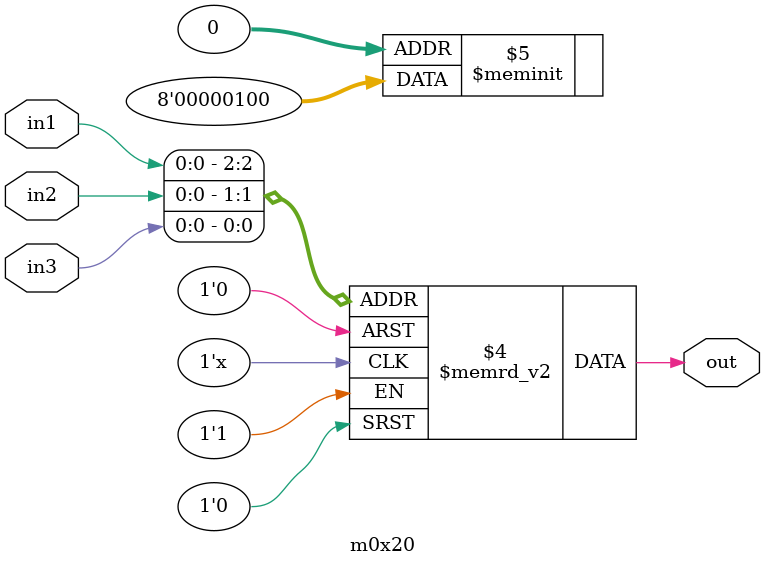
<source format=v>
module m0x20(output out, input in1, in2, in3);

   always @(in1, in2, in3)
     begin
        case({in1, in2, in3})
          3'b000: {out} = 1'b0;
          3'b001: {out} = 1'b0;
          3'b010: {out} = 1'b1;
          3'b011: {out} = 1'b0;
          3'b100: {out} = 1'b0;
          3'b101: {out} = 1'b0;
          3'b110: {out} = 1'b0;
          3'b111: {out} = 1'b0;
        endcase // case ({in1, in2, in3})
     end // always @ (in1, in2, in3)

endmodule // m0x20
</source>
